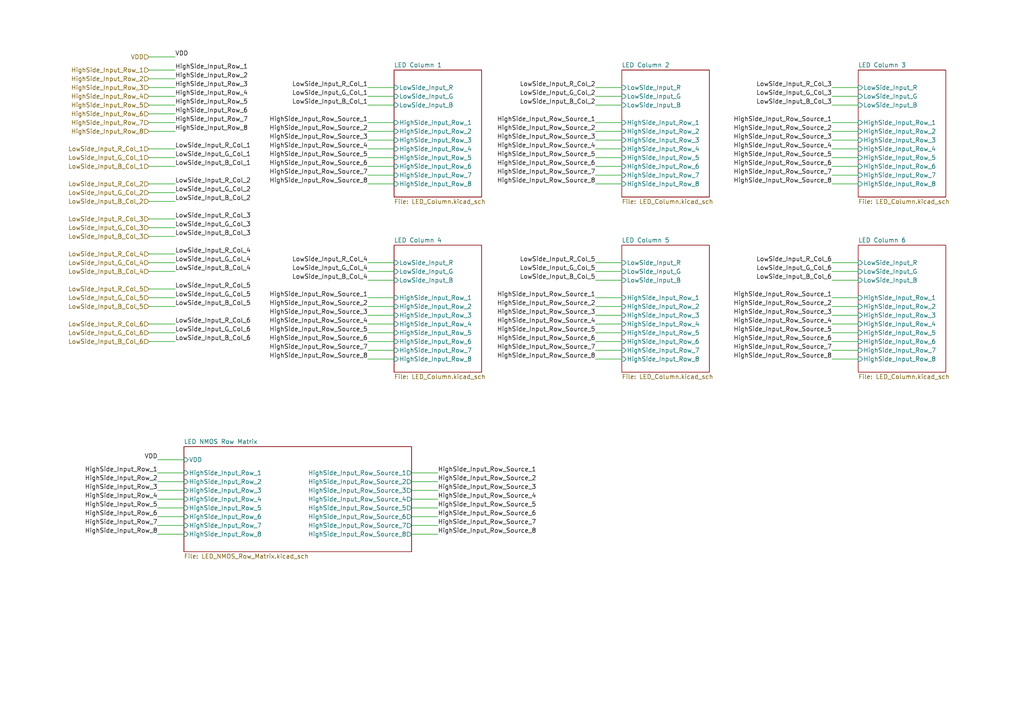
<source format=kicad_sch>
(kicad_sch (version 20230121) (generator eeschema)
  (paper "A4")
  (lib_symbols)
  (wire (pts (xy 53.34 133.35) (xy 45.72 133.35)))
  (wire (pts (xy 43.18 33.02) (xy 50.8 33.02)))
  (wire (pts (xy 248.92 50.8) (xy 241.3 50.8)))
  (wire (pts (xy 43.18 20.32) (xy 50.8 20.32)))
  (wire (pts (xy 248.92 91.44) (xy 241.3 91.44)))
  (wire (pts (xy 114.3 48.26) (xy 106.68 48.26)))
  (wire (pts (xy 248.92 27.94) (xy 241.3 27.94)))
  (wire (pts (xy 43.18 78.74) (xy 50.8 78.74)))
  (wire (pts (xy 114.3 38.1) (xy 106.68 38.1)))
  (wire (pts (xy 180.34 104.14) (xy 172.72 104.14)))
  (wire (pts (xy 114.3 81.28) (xy 106.68 81.28)))
  (wire (pts (xy 53.34 154.94) (xy 45.72 154.94)))
  (wire (pts (xy 114.3 30.48) (xy 106.68 30.48)))
  (wire (pts (xy 114.3 35.56) (xy 106.68 35.56)))
  (wire (pts (xy 248.92 78.74) (xy 241.3 78.74)))
  (wire (pts (xy 248.92 104.14) (xy 241.3 104.14)))
  (wire (pts (xy 114.3 99.06) (xy 106.68 99.06)))
  (wire (pts (xy 43.18 88.9) (xy 50.8 88.9)))
  (wire (pts (xy 248.92 86.36) (xy 241.3 86.36)))
  (wire (pts (xy 248.92 93.98) (xy 241.3 93.98)))
  (wire (pts (xy 119.38 152.4) (xy 127 152.4)))
  (wire (pts (xy 180.34 91.44) (xy 172.72 91.44)))
  (wire (pts (xy 114.3 76.2) (xy 106.68 76.2)))
  (wire (pts (xy 180.34 25.4) (xy 172.72 25.4)))
  (wire (pts (xy 114.3 53.34) (xy 106.68 53.34)))
  (wire (pts (xy 248.92 45.72) (xy 241.3 45.72)))
  (wire (pts (xy 180.34 50.8) (xy 172.72 50.8)))
  (wire (pts (xy 114.3 27.94) (xy 106.68 27.94)))
  (wire (pts (xy 119.38 139.7) (xy 127 139.7)))
  (wire (pts (xy 114.3 96.52) (xy 106.68 96.52)))
  (wire (pts (xy 43.18 25.4) (xy 50.8 25.4)))
  (wire (pts (xy 180.34 93.98) (xy 172.72 93.98)))
  (wire (pts (xy 114.3 78.74) (xy 106.68 78.74)))
  (wire (pts (xy 248.92 53.34) (xy 241.3 53.34)))
  (wire (pts (xy 180.34 99.06) (xy 172.72 99.06)))
  (wire (pts (xy 114.3 50.8) (xy 106.68 50.8)))
  (wire (pts (xy 248.92 43.18) (xy 241.3 43.18)))
  (wire (pts (xy 119.38 154.94) (xy 127 154.94)))
  (wire (pts (xy 53.34 147.32) (xy 45.72 147.32)))
  (wire (pts (xy 119.38 147.32) (xy 127 147.32)))
  (wire (pts (xy 248.92 38.1) (xy 241.3 38.1)))
  (wire (pts (xy 114.3 25.4) (xy 106.68 25.4)))
  (wire (pts (xy 114.3 40.64) (xy 106.68 40.64)))
  (wire (pts (xy 43.18 76.2) (xy 50.8 76.2)))
  (wire (pts (xy 43.18 99.06) (xy 50.8 99.06)))
  (wire (pts (xy 43.18 30.48) (xy 50.8 30.48)))
  (wire (pts (xy 119.38 142.24) (xy 127 142.24)))
  (wire (pts (xy 114.3 88.9) (xy 106.68 88.9)))
  (wire (pts (xy 53.34 139.7) (xy 45.72 139.7)))
  (wire (pts (xy 114.3 86.36) (xy 106.68 86.36)))
  (wire (pts (xy 43.18 96.52) (xy 50.8 96.52)))
  (wire (pts (xy 43.18 48.26) (xy 50.8 48.26)))
  (wire (pts (xy 114.3 43.18) (xy 106.68 43.18)))
  (wire (pts (xy 248.92 25.4) (xy 241.3 25.4)))
  (wire (pts (xy 43.18 45.72) (xy 50.8 45.72)))
  (wire (pts (xy 114.3 91.44) (xy 106.68 91.44)))
  (wire (pts (xy 248.92 76.2) (xy 241.3 76.2)))
  (wire (pts (xy 114.3 93.98) (xy 106.68 93.98)))
  (wire (pts (xy 119.38 137.16) (xy 127 137.16)))
  (wire (pts (xy 180.34 81.28) (xy 172.72 81.28)))
  (wire (pts (xy 180.34 88.9) (xy 172.72 88.9)))
  (wire (pts (xy 53.34 144.78) (xy 45.72 144.78)))
  (wire (pts (xy 248.92 48.26) (xy 241.3 48.26)))
  (wire (pts (xy 180.34 48.26) (xy 172.72 48.26)))
  (wire (pts (xy 248.92 81.28) (xy 241.3 81.28)))
  (wire (pts (xy 180.34 30.48) (xy 172.72 30.48)))
  (wire (pts (xy 180.34 96.52) (xy 172.72 96.52)))
  (wire (pts (xy 180.34 38.1) (xy 172.72 38.1)))
  (wire (pts (xy 180.34 86.36) (xy 172.72 86.36)))
  (wire (pts (xy 248.92 88.9) (xy 241.3 88.9)))
  (wire (pts (xy 114.3 101.6) (xy 106.68 101.6)))
  (wire (pts (xy 180.34 35.56) (xy 172.72 35.56)))
  (wire (pts (xy 43.18 73.66) (xy 50.8 73.66)))
  (wire (pts (xy 43.18 53.34) (xy 50.8 53.34)))
  (wire (pts (xy 43.18 55.88) (xy 50.8 55.88)))
  (wire (pts (xy 53.34 142.24) (xy 45.72 142.24)))
  (wire (pts (xy 248.92 96.52) (xy 241.3 96.52)))
  (wire (pts (xy 43.18 83.82) (xy 50.8 83.82)))
  (wire (pts (xy 180.34 27.94) (xy 172.72 27.94)))
  (wire (pts (xy 180.34 76.2) (xy 172.72 76.2)))
  (wire (pts (xy 119.38 144.78) (xy 127 144.78)))
  (wire (pts (xy 248.92 40.64) (xy 241.3 40.64)))
  (wire (pts (xy 43.18 86.36) (xy 50.8 86.36)))
  (wire (pts (xy 43.18 58.42) (xy 50.8 58.42)))
  (wire (pts (xy 43.18 35.56) (xy 50.8 35.56)))
  (wire (pts (xy 114.3 45.72) (xy 106.68 45.72)))
  (wire (pts (xy 180.34 45.72) (xy 172.72 45.72)))
  (wire (pts (xy 53.34 152.4) (xy 45.72 152.4)))
  (wire (pts (xy 43.18 38.1) (xy 50.8 38.1)))
  (wire (pts (xy 53.34 137.16) (xy 45.72 137.16)))
  (wire (pts (xy 43.18 16.51) (xy 50.8 16.51)))
  (wire (pts (xy 43.18 66.04) (xy 50.8 66.04)))
  (wire (pts (xy 180.34 40.64) (xy 172.72 40.64)))
  (wire (pts (xy 43.18 93.98) (xy 50.8 93.98)))
  (wire (pts (xy 248.92 30.48) (xy 241.3 30.48)))
  (wire (pts (xy 43.18 68.58) (xy 50.8 68.58)))
  (wire (pts (xy 180.34 101.6) (xy 172.72 101.6)))
  (wire (pts (xy 43.18 27.94) (xy 50.8 27.94)))
  (wire (pts (xy 180.34 78.74) (xy 172.72 78.74)))
  (wire (pts (xy 248.92 35.56) (xy 241.3 35.56)))
  (wire (pts (xy 119.38 149.86) (xy 127 149.86)))
  (wire (pts (xy 43.18 22.86) (xy 50.8 22.86)))
  (wire (pts (xy 248.92 99.06) (xy 241.3 99.06)))
  (wire (pts (xy 248.92 101.6) (xy 241.3 101.6)))
  (wire (pts (xy 180.34 53.34) (xy 172.72 53.34)))
  (wire (pts (xy 114.3 104.14) (xy 106.68 104.14)))
  (wire (pts (xy 53.34 149.86) (xy 45.72 149.86)))
  (wire (pts (xy 43.18 63.5) (xy 50.8 63.5)))
  (wire (pts (xy 180.34 43.18) (xy 172.72 43.18)))
  (wire (pts (xy 43.18 43.18) (xy 50.8 43.18)))
  (label "LowSide_Input_G_Col_5" (at 172.72 78.74 180))
  (label "HighSide_Input_Row_Source_5" (at 172.72 45.72 180))
  (label "HighSide_Input_Row_Source_2" (at 127 139.7 0))
  (label "HighSide_Input_Row_Source_1" (at 106.68 86.36 180))
  (label "LowSide_Input_R_Col_1" (at 106.68 25.4 180))
  (label "LowSide_Input_B_Col_1" (at 50.8 48.26 0))
  (label "HighSide_Input_Row_Source_7" (at 106.68 50.8 180))
  (label "LowSide_Input_R_Col_6" (at 241.3 76.2 180))
  (label "HighSide_Input_Row_Source_6" (at 127 149.86 0))
  (label "HighSide_Input_Row_Source_8" (at 241.3 53.34 180))
  (label "LowSide_Input_B_Col_6" (at 241.3 81.28 180))
  (label "LowSide_Input_B_Col_3" (at 50.8 68.58 0))
  (label "HighSide_Input_Row_Source_2" (at 106.68 38.1 180))
  (label "HighSide_Input_Row_Source_7" (at 172.72 101.6 180))
  (label "LowSide_Input_B_Col_2" (at 172.72 30.48 180))
  (label "HighSide_Input_Row_Source_7" (at 241.3 101.6 180))
  (label "LowSide_Input_G_Col_4" (at 106.68 78.74 180))
  (label "HighSide_Input_Row_Source_5" (at 241.3 45.72 180))
  (label "HighSide_Input_Row_Source_5" (at 241.3 96.52 180))
  (label "HighSide_Input_Row_7" (at 45.72 152.4 180))
  (label "LowSide_Input_B_Col_4" (at 50.8 78.74 0))
  (label "LowSide_Input_R_Col_1" (at 50.8 43.18 0))
  (label "LowSide_Input_G_Col_5" (at 50.8 86.36 0))
  (label "HighSide_Input_Row_Source_4" (at 172.72 43.18 180))
  (label "HighSide_Input_Row_1" (at 45.72 137.16 180))
  (label "HighSide_Input_Row_Source_7" (at 106.68 101.6 180))
  (label "HighSide_Input_Row_Source_6" (at 106.68 48.26 180))
  (label "LowSide_Input_R_Col_2" (at 50.8 53.34 0))
  (label "HighSide_Input_Row_8" (at 45.72 154.94 180))
  (label "LowSide_Input_R_Col_3" (at 50.8 63.5 0))
  (label "HighSide_Input_Row_3" (at 50.8 25.4 0))
  (label "HighSide_Input_Row_1" (at 50.8 20.32 0))
  (label "HighSide_Input_Row_2" (at 45.72 139.7 180))
  (label "HighSide_Input_Row_Source_6" (at 172.72 48.26 180))
  (label "HighSide_Input_Row_Source_8" (at 172.72 104.14 180))
  (label "HighSide_Input_Row_Source_6" (at 172.72 99.06 180))
  (label "LowSide_Input_B_Col_2" (at 50.8 58.42 0))
  (label "LowSide_Input_G_Col_6" (at 50.8 96.52 0))
  (label "HighSide_Input_Row_6" (at 50.8 33.02 0))
  (label "LowSide_Input_B_Col_6" (at 50.8 99.06 0))
  (label "HighSide_Input_Row_Source_1" (at 172.72 86.36 180))
  (label "LowSide_Input_R_Col_5" (at 50.8 83.82 0))
  (label "HighSide_Input_Row_Source_6" (at 241.3 48.26 180))
  (label "HighSide_Input_Row_Source_7" (at 127 152.4 0))
  (label "HighSide_Input_Row_Source_2" (at 241.3 88.9 180))
  (label "HighSide_Input_Row_Source_5" (at 127 147.32 0))
  (label "HighSide_Input_Row_Source_1" (at 241.3 86.36 180))
  (label "LowSide_Input_G_Col_3" (at 50.8 66.04 0))
  (label "HighSide_Input_Row_Source_4" (at 106.68 93.98 180))
  (label "HighSide_Input_Row_Source_8" (at 106.68 53.34 180))
  (label "LowSide_Input_B_Col_1" (at 106.68 30.48 180))
  (label "HighSide_Input_Row_3" (at 45.72 142.24 180))
  (label "LowSide_Input_G_Col_2" (at 172.72 27.94 180))
  (label "HighSide_Input_Row_5" (at 50.8 30.48 0))
  (label "HighSide_Input_Row_Source_6" (at 241.3 99.06 180))
  (label "HighSide_Input_Row_Source_3" (at 106.68 40.64 180))
  (label "HighSide_Input_Row_Source_7" (at 172.72 50.8 180))
  (label "VDD" (at 50.8 16.51 0))
  (label "HighSide_Input_Row_4" (at 45.72 144.78 180))
  (label "LowSide_Input_R_Col_4" (at 50.8 73.66 0))
  (label "HighSide_Input_Row_Source_1" (at 106.68 35.56 180))
  (label "LowSide_Input_B_Col_3" (at 241.3 30.48 180))
  (label "HighSide_Input_Row_Source_5" (at 106.68 45.72 180))
  (label "HighSide_Input_Row_Source_5" (at 106.68 96.52 180))
  (label "HighSide_Input_Row_Source_2" (at 241.3 38.1 180))
  (label "LowSide_Input_R_Col_3" (at 241.3 25.4 180))
  (label "HighSide_Input_Row_Source_3" (at 172.72 91.44 180))
  (label "HighSide_Input_Row_Source_5" (at 172.72 96.52 180))
  (label "LowSide_Input_G_Col_6" (at 241.3 78.74 180))
  (label "LowSide_Input_G_Col_3" (at 241.3 27.94 180))
  (label "HighSide_Input_Row_Source_8" (at 172.72 53.34 180))
  (label "HighSide_Input_Row_4" (at 50.8 27.94 0))
  (label "HighSide_Input_Row_Source_4" (at 127 144.78 0))
  (label "HighSide_Input_Row_Source_3" (at 172.72 40.64 180))
  (label "HighSide_Input_Row_Source_4" (at 241.3 43.18 180))
  (label "LowSide_Input_G_Col_4" (at 50.8 76.2 0))
  (label "HighSide_Input_Row_Source_8" (at 106.68 104.14 180))
  (label "HighSide_Input_Row_8" (at 50.8 38.1 0))
  (label "HighSide_Input_Row_Source_3" (at 106.68 91.44 180))
  (label "HighSide_Input_Row_6" (at 45.72 149.86 180))
  (label "HighSide_Input_Row_Source_1" (at 241.3 35.56 180))
  (label "HighSide_Input_Row_5" (at 45.72 147.32 180))
  (label "HighSide_Input_Row_2" (at 50.8 22.86 0))
  (label "HighSide_Input_Row_Source_8" (at 241.3 104.14 180))
  (label "HighSide_Input_Row_Source_4" (at 241.3 93.98 180))
  (label "HighSide_Input_Row_Source_3" (at 127 142.24 0))
  (label "HighSide_Input_Row_Source_2" (at 172.72 88.9 180))
  (label "LowSide_Input_R_Col_4" (at 106.68 76.2 180))
  (label "HighSide_Input_Row_7" (at 50.8 35.56 0))
  (label "HighSide_Input_Row_Source_6" (at 106.68 99.06 180))
  (label "VDD" (at 45.72 133.35 180))
  (label "LowSide_Input_G_Col_1" (at 50.8 45.72 0))
  (label "LowSide_Input_G_Col_2" (at 50.8 55.88 0))
  (label "HighSide_Input_Row_Source_4" (at 172.72 93.98 180))
  (label "LowSide_Input_R_Col_6" (at 50.8 93.98 0))
  (label "LowSide_Input_R_Col_5" (at 172.72 76.2 180))
  (label "LowSide_Input_B_Col_5" (at 50.8 88.9 0))
  (label "HighSide_Input_Row_Source_2" (at 172.72 38.1 180))
  (label "HighSide_Input_Row_Source_8" (at 127 154.94 0))
  (label "HighSide_Input_Row_Source_1" (at 172.72 35.56 180))
  (label "LowSide_Input_R_Col_2" (at 172.72 25.4 180))
  (label "HighSide_Input_Row_Source_7" (at 241.3 50.8 180))
  (label "HighSide_Input_Row_Source_1" (at 127 137.16 0))
  (label "LowSide_Input_B_Col_4" (at 106.68 81.28 180))
  (label "HighSide_Input_Row_Source_3" (at 241.3 91.44 180))
  (label "HighSide_Input_Row_Source_3" (at 241.3 40.64 180))
  (label "HighSide_Input_Row_Source_2" (at 106.68 88.9 180))
  (label "LowSide_Input_G_Col_1" (at 106.68 27.94 180))
  (label "LowSide_Input_B_Col_5" (at 172.72 81.28 180))
  (label "HighSide_Input_Row_Source_4" (at 106.68 43.18 180))
  (hierarchical_label "LowSide_Input_B_Col_3" (shape input) (at 43.18 68.58 180))
  (hierarchical_label "HighSide_Input_Row_7" (shape input) (at 43.18 35.56 180))
  (hierarchical_label "LowSide_Input_G_Col_4" (shape input) (at 43.18 76.2 180))
  (hierarchical_label "HighSide_Input_Row_6" (shape input) (at 43.18 33.02 180))
  (hierarchical_label "LowSide_Input_B_Col_1" (shape input) (at 43.18 48.26 180))
  (hierarchical_label "LowSide_Input_R_Col_4" (shape input) (at 43.18 73.66 180))
  (hierarchical_label "HighSide_Input_Row_1" (shape input) (at 43.18 20.32 180))
  (hierarchical_label "LowSide_Input_R_Col_6" (shape input) (at 43.18 93.98 180))
  (hierarchical_label "HighSide_Input_Row_2" (shape input) (at 43.18 22.86 180))
  (hierarchical_label "LowSide_Input_B_Col_2" (shape input) (at 43.18 58.42 180))
  (hierarchical_label "LowSide_Input_R_Col_1" (shape input) (at 43.18 43.18 180))
  (hierarchical_label "LowSide_Input_B_Col_6" (shape input) (at 43.18 99.06 180))
  (hierarchical_label "LowSide_Input_R_Col_3" (shape input) (at 43.18 63.5 180))
  (hierarchical_label "LowSide_Input_B_Col_4" (shape input) (at 43.18 78.74 180))
  (hierarchical_label "HighSide_Input_Row_4" (shape input) (at 43.18 27.94 180))
  (hierarchical_label "LowSide_Input_G_Col_2" (shape input) (at 43.18 55.88 180))
  (hierarchical_label "LowSide_Input_G_Col_5" (shape input) (at 43.18 86.36 180))
  (hierarchical_label "LowSide_Input_B_Col_5" (shape input) (at 43.18 88.9 180))
  (hierarchical_label "HighSide_Input_Row_8" (shape input) (at 43.18 38.1 180))
  (hierarchical_label "LowSide_Input_G_Col_1" (shape input) (at 43.18 45.72 180))
  (hierarchical_label "LowSide_Input_R_Col_2" (shape input) (at 43.18 53.34 180))
  (hierarchical_label "HighSide_Input_Row_3" (shape input) (at 43.18 25.4 180))
  (hierarchical_label "LowSide_Input_G_Col_3" (shape input) (at 43.18 66.04 180))
  (hierarchical_label "VDD" (shape input) (at 43.18 16.51 180))
  (hierarchical_label "HighSide_Input_Row_5" (shape input) (at 43.18 30.48 180))
  (hierarchical_label "LowSide_Input_R_Col_5" (shape input) (at 43.18 83.82 180))
  (hierarchical_label "LowSide_Input_G_Col_6" (shape input) (at 43.18 96.52 180))
  (sheet (at 180.34 71.12) (size 25.4 36.83) (stroke (width 0.1524))
    (property "Sheetname" "LED Column 5" (at 180.34 70.4084 0) (effects (justify left bottom)))
    (property "Sheetfile" "LED_Column.kicad_sch" (at 180.34 108.5346 0) (effects (justify left top)))
    (pin "HighSide_Input_Row_7" input (at 180.34 101.6 180))
    (pin "HighSide_Input_Row_4" input (at 180.34 93.98 180))
    (pin "HighSide_Input_Row_5" input (at 180.34 96.52 180))
    (pin "HighSide_Input_Row_6" input (at 180.34 99.06 180))
    (pin "HighSide_Input_Row_8" input (at 180.34 104.14 180))
    (pin "HighSide_Input_Row_2" input (at 180.34 88.9 180))
    (pin "HighSide_Input_Row_3" input (at 180.34 91.44 180))
    (pin "HighSide_Input_Row_1" input (at 180.34 86.36 180))
    (pin "LowSide_Input_G" input (at 180.34 78.74 180))
    (pin "LowSide_Input_R" input (at 180.34 76.2 180))
    (pin "LowSide_Input_B" input (at 180.34 81.28 180))
  )
  (sheet (at 53.34 129.54) (size 66.04 30.48) (stroke (width 0.1524))
    (property "Sheetname" "LED NMOS Row Matrix" (at 53.34 128.8284 0) (effects (justify left bottom)))
    (property "Sheetfile" "LED_NMOS_Row_Matrix.kicad_sch" (at 53.34 160.6046 0) (effects (justify left top)))
    (pin "HighSide_Input_Row_5" input (at 53.34 147.32 180))
    (pin "HighSide_Input_Row_6" input (at 53.34 149.86 180))
    (pin "HighSide_Input_Row_Source_5" output (at 119.38 147.32 0))
    (pin "HighSide_Input_Row_Source_8" output (at 119.38 154.94 0))
    (pin "HighSide_Input_Row_8" input (at 53.34 154.94 180))
    (pin "HighSide_Input_Row_7" input (at 53.34 152.4 180))
    (pin "HighSide_Input_Row_Source_7" output (at 119.38 152.4 0))
    (pin "HighSide_Input_Row_Source_6" output (at 119.38 149.86 0))
    (pin "HighSide_Input_Row_Source_2" output (at 119.38 139.7 0))
    (pin "HighSide_Input_Row_Source_3" output (at 119.38 142.24 0))
    (pin "HighSide_Input_Row_Source_4" output (at 119.38 144.78 0))
    (pin "HighSide_Input_Row_Source_1" output (at 119.38 137.16 0))
    (pin "HighSide_Input_Row_1" input (at 53.34 137.16 180))
    (pin "HighSide_Input_Row_2" input (at 53.34 139.7 180))
    (pin "VDD" input (at 53.34 133.35 180))
    (pin "HighSide_Input_Row_3" input (at 53.34 142.24 180))
    (pin "HighSide_Input_Row_4" input (at 53.34 144.78 180))
  )
  (sheet (at 180.34 20.32) (size 25.4 36.83) (stroke (width 0.1524))
    (property "Sheetname" "LED Column 2" (at 180.34 19.6084 0) (effects (justify left bottom)))
    (property "Sheetfile" "LED_Column.kicad_sch" (at 180.34 57.7346 0) (effects (justify left top)))
    (pin "HighSide_Input_Row_7" input (at 180.34 50.8 180))
    (pin "HighSide_Input_Row_4" input (at 180.34 43.18 180))
    (pin "HighSide_Input_Row_5" input (at 180.34 45.72 180))
    (pin "HighSide_Input_Row_6" input (at 180.34 48.26 180))
    (pin "HighSide_Input_Row_8" input (at 180.34 53.34 180))
    (pin "HighSide_Input_Row_2" input (at 180.34 38.1 180))
    (pin "HighSide_Input_Row_3" input (at 180.34 40.64 180))
    (pin "HighSide_Input_Row_1" input (at 180.34 35.56 180))
    (pin "LowSide_Input_G" input (at 180.34 27.94 180))
    (pin "LowSide_Input_R" input (at 180.34 25.4 180))
    (pin "LowSide_Input_B" input (at 180.34 30.48 180))
  )
  (sheet (at 114.3 71.12) (size 25.4 36.83) (stroke (width 0.1524))
    (property "Sheetname" "LED Column 4" (at 114.3 70.4084 0) (effects (justify left bottom)))
    (property "Sheetfile" "LED_Column.kicad_sch" (at 114.3 108.5346 0) (effects (justify left top)))
    (pin "HighSide_Input_Row_7" input (at 114.3 101.6 180))
    (pin "HighSide_Input_Row_4" input (at 114.3 93.98 180))
    (pin "HighSide_Input_Row_5" input (at 114.3 96.52 180))
    (pin "HighSide_Input_Row_6" input (at 114.3 99.06 180))
    (pin "HighSide_Input_Row_8" input (at 114.3 104.14 180))
    (pin "HighSide_Input_Row_2" input (at 114.3 88.9 180))
    (pin "HighSide_Input_Row_3" input (at 114.3 91.44 180))
    (pin "HighSide_Input_Row_1" input (at 114.3 86.36 180))
    (pin "LowSide_Input_G" input (at 114.3 78.74 180))
    (pin "LowSide_Input_R" input (at 114.3 76.2 180))
    (pin "LowSide_Input_B" input (at 114.3 81.28 180))
  )
  (sheet (at 248.92 71.12) (size 25.4 36.83) (stroke (width 0.1524))
    (property "Sheetname" "LED Column 6" (at 248.92 70.4084 0) (effects (justify left bottom)))
    (property "Sheetfile" "LED_Column.kicad_sch" (at 248.92 108.5346 0) (effects (justify left top)))
    (pin "HighSide_Input_Row_7" input (at 248.92 101.6 180))
    (pin "HighSide_Input_Row_4" input (at 248.92 93.98 180))
    (pin "HighSide_Input_Row_5" input (at 248.92 96.52 180))
    (pin "HighSide_Input_Row_6" input (at 248.92 99.06 180))
    (pin "HighSide_Input_Row_8" input (at 248.92 104.14 180))
    (pin "HighSide_Input_Row_2" input (at 248.92 88.9 180))
    (pin "HighSide_Input_Row_3" input (at 248.92 91.44 180))
    (pin "HighSide_Input_Row_1" input (at 248.92 86.36 180))
    (pin "LowSide_Input_G" input (at 248.92 78.74 180))
    (pin "LowSide_Input_R" input (at 248.92 76.2 180))
    (pin "LowSide_Input_B" input (at 248.92 81.28 180))
  )
  (sheet (at 114.3 20.32) (size 25.4 36.83) (stroke (width 0.1524))
    (property "Sheetname" "LED Column 1" (at 114.3 19.6084 0) (effects (justify left bottom)))
    (property "Sheetfile" "LED_Column.kicad_sch" (at 114.3 57.7346 0) (effects (justify left top)))
    (pin "HighSide_Input_Row_7" input (at 114.3 50.8 180))
    (pin "HighSide_Input_Row_4" input (at 114.3 43.18 180))
    (pin "HighSide_Input_Row_5" input (at 114.3 45.72 180))
    (pin "HighSide_Input_Row_6" input (at 114.3 48.26 180))
    (pin "HighSide_Input_Row_8" input (at 114.3 53.34 180))
    (pin "HighSide_Input_Row_2" input (at 114.3 38.1 180))
    (pin "HighSide_Input_Row_3" input (at 114.3 40.64 180))
    (pin "HighSide_Input_Row_1" input (at 114.3 35.56 180))
    (pin "LowSide_Input_G" input (at 114.3 27.94 180))
    (pin "LowSide_Input_R" input (at 114.3 25.4 180))
    (pin "LowSide_Input_B" input (at 114.3 30.48 180))
  )
  (sheet (at 248.92 20.32) (size 25.4 36.83) (stroke (width 0.1524))
    (property "Sheetname" "LED Column 3" (at 248.92 19.6084 0) (effects (justify left bottom)))
    (property "Sheetfile" "LED_Column.kicad_sch" (at 248.92 57.7346 0) (effects (justify left top)))
    (pin "HighSide_Input_Row_7" input (at 248.92 50.8 180))
    (pin "HighSide_Input_Row_4" input (at 248.92 43.18 180))
    (pin "HighSide_Input_Row_5" input (at 248.92 45.72 180))
    (pin "HighSide_Input_Row_6" input (at 248.92 48.26 180))
    (pin "HighSide_Input_Row_8" input (at 248.92 53.34 180))
    (pin "HighSide_Input_Row_2" input (at 248.92 38.1 180))
    (pin "HighSide_Input_Row_3" input (at 248.92 40.64 180))
    (pin "HighSide_Input_Row_1" input (at 248.92 35.56 180))
    (pin "LowSide_Input_G" input (at 248.92 27.94 180))
    (pin "LowSide_Input_R" input (at 248.92 25.4 180))
    (pin "LowSide_Input_B" input (at 248.92 30.48 180))
  )
)
</source>
